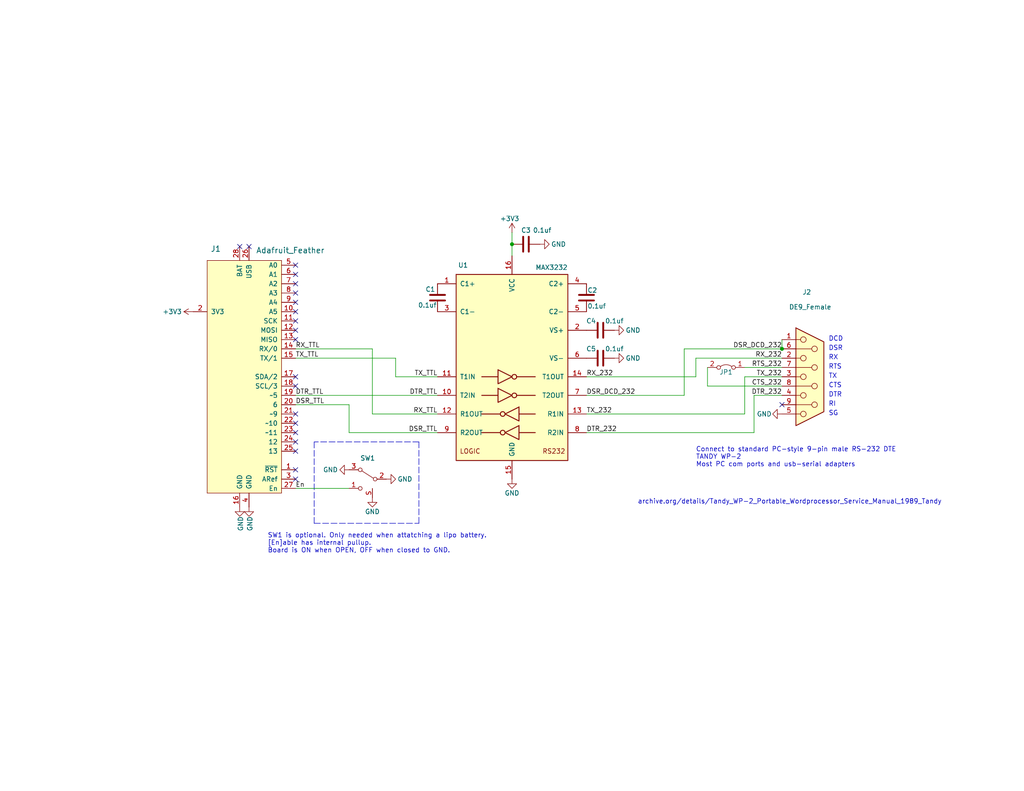
<source format=kicad_sch>
(kicad_sch (version 20211123) (generator eeschema)
  (paper "USLetter")
  (title_block (title "MounT_K85_Feather") (date "2022-10-23") (rev "004") (company "Brian K. White - b.kenyon.w@gmail.com"))
  (lib_symbols
    (symbol "0_LOCAL:+3V3" (power) (pin_names (offset 0))
      (property "Value" "+3V3" (at 0 3.556 0))
      (symbol "+3V3_0_1"
        (polyline (pts (xy -0.762 1.27) (xy 0 2.54)))
        (polyline (pts (xy 0 0) (xy 0 2.54)))
        (polyline (pts (xy 0 2.54) (xy 0.762 1.27)))
      )
      (symbol "+3V3_1_1"
        (pin power_in line (at 0 0 90) (length 0) hide (name "+3V3") (number "1"))
      )
    )
    (symbol "0_LOCAL:Adafruit_Feather" (pin_names (offset 1.016))
      (property "Reference" "J" (at -10.16 35.56 0))
      (property "Value" "Adafruit_Feather" (at 6.35 -3.81 90))
      (symbol "Adafruit_Feather_0_1"
        (rectangle (start -11.43 34.29) (end 8.89 -29.21) (fill (type background)))
      )
      (symbol "Adafruit_Feather_1_1"
        (pin input line (at -15.24 -22.86 0) (length 3.81) (name "~{RST}") (number "1"))
        (pin bidirectional line (at -15.24 20.32 0) (length 3.81) (name "A5") (number "10"))
        (pin bidirectional line (at -15.24 17.78 0) (length 3.81) (name "SCK") (number "11"))
        (pin bidirectional line (at -15.24 15.24 0) (length 3.81) (name "MOSI") (number "12"))
        (pin bidirectional line (at -15.24 12.7 0) (length 3.81) (name "MISO") (number "13"))
        (pin bidirectional line (at -15.24 10.16 0) (length 3.81) (name "RX/0") (number "14"))
        (pin bidirectional line (at -15.24 7.62 0) (length 3.81) (name "TX/1") (number "15"))
        (pin power_in line (at 0 -33.02 90) (length 3.81) (name "GND") (number "16"))
        (pin bidirectional line (at -15.24 2.54 0) (length 3.81) (name "SDA/2") (number "17"))
        (pin bidirectional line (at -15.24 0 0) (length 3.81) (name "SCL/3") (number "18"))
        (pin bidirectional line (at -15.24 -2.54 0) (length 3.81) (name "~5") (number "19"))
        (pin power_out line (at 12.7 20.32 180) (length 3.81) (name "3V3") (number "2"))
        (pin bidirectional line (at -15.24 -5.08 0) (length 3.81) (name "6") (number "20"))
        (pin bidirectional line (at -15.24 -7.62 0) (length 3.81) (name "~9") (number "21"))
        (pin bidirectional line (at -15.24 -10.16 0) (length 3.81) (name "~10") (number "22"))
        (pin bidirectional line (at -15.24 -12.7 0) (length 3.81) (name "~11") (number "23"))
        (pin bidirectional line (at -15.24 -15.24 0) (length 3.81) (name "12") (number "24"))
        (pin bidirectional line (at -15.24 -17.78 0) (length 3.81) (name "13") (number "25"))
        (pin power_in line (at -2.54 38.1 270) (length 3.81) (name "USB") (number "26"))
        (pin input line (at -15.24 -27.94 0) (length 3.81) (name "En") (number "27"))
        (pin power_in line (at 0 38.1 270) (length 3.81) (name "BAT") (number "28"))
        (pin input line (at -15.24 -25.4 0) (length 3.81) (name "ARef") (number "3"))
        (pin power_in line (at -2.54 -33.02 90) (length 3.81) (name "GND") (number "4"))
        (pin bidirectional line (at -15.24 33.02 0) (length 3.81) (name "A0") (number "5"))
        (pin bidirectional line (at -15.24 30.48 0) (length 3.81) (name "A1") (number "6"))
        (pin bidirectional line (at -15.24 27.94 0) (length 3.81) (name "A2") (number "7"))
        (pin bidirectional line (at -15.24 25.4 0) (length 3.81) (name "A3") (number "8"))
        (pin bidirectional line (at -15.24 22.86 0) (length 3.81) (name "A4") (number "9"))
      )
    )
    (symbol "0_LOCAL:C" (pin_numbers hide) (pin_names (offset 0.254))
      (property "Reference" "C" (at 0.635 2.54 0))
      (property "Value" "C" (at 0.635 -2.54 0))
      (symbol "C_0_1"
        (polyline (pts (xy -2.032 -0.762) (xy 2.032 -0.762)) (stroke (width 0.508)))
        (polyline (pts (xy -2.032 0.762) (xy 2.032 0.762)) (stroke (width 0.508)))
      )
      (symbol "C_1_1"
        (pin passive line (at 0 3.81 270) (length 2.794) (name "~") (number "1"))
        (pin passive line (at 0 -3.81 90) (length 2.794) (name "~") (number "2"))
      )
    )
    (symbol "0_LOCAL:DE9_Female" (pin_names (offset 1.016) hide)
      (property "Reference" "J" (at 0 13.97 0))
      (property "Value" "DE9_Female" (at 0 -14.605 0))
      (symbol "DE9_Female_0_1"
        (circle (center -1.778 -10.16) (radius 0.762))
        (circle (center -1.778 -5.08) (radius 0.762))
        (circle (center -1.778 0) (radius 0.762))
        (circle (center -1.778 5.08) (radius 0.762))
        (circle (center -1.778 10.16) (radius 0.762))
        (polyline (pts (xy -3.81 -10.16) (xy -2.54 -10.16)))
        (polyline (pts (xy -3.81 -7.62) (xy 0.508 -7.62)))
        (polyline (pts (xy -3.81 -5.08) (xy -2.54 -5.08)))
        (polyline (pts (xy -3.81 -2.54) (xy 0.508 -2.54)))
        (polyline (pts (xy -3.81 0) (xy -2.54 0)))
        (polyline (pts (xy -3.81 2.54) (xy 0.508 2.54)))
        (polyline (pts (xy -3.81 5.08) (xy -2.54 5.08)))
        (polyline (pts (xy -3.81 7.62) (xy 0.508 7.62)))
        (polyline (pts (xy -3.81 10.16) (xy -2.54 10.16)))
        (polyline (pts (xy -3.81 13.335) (xy -3.81 -13.335) (xy 3.81 -9.525) (xy 3.81 9.525) (xy -3.81 13.335)) (stroke (width 0.254)) (fill (type background)))
        (circle (center 1.27 -7.62) (radius 0.762))
        (circle (center 1.27 -2.54) (radius 0.762))
        (circle (center 1.27 2.54) (radius 0.762))
        (circle (center 1.27 7.62) (radius 0.762))
      )
      (symbol "DE9_Female_1_1"
        (pin passive line (at -7.62 10.16 0) (length 3.81) (name "1") (number "1"))
        (pin passive line (at -7.62 5.08 0) (length 3.81) (name "2") (number "2"))
        (pin passive line (at -7.62 0 0) (length 3.81) (name "3") (number "3"))
        (pin passive line (at -7.62 -5.08 0) (length 3.81) (name "4") (number "4"))
        (pin passive line (at -7.62 -10.16 0) (length 3.81) (name "5") (number "5"))
        (pin passive line (at -7.62 7.62 0) (length 3.81) (name "6") (number "6"))
        (pin passive line (at -7.62 2.54 0) (length 3.81) (name "7") (number "7"))
        (pin passive line (at -7.62 -2.54 0) (length 3.81) (name "8") (number "8"))
        (pin passive line (at -7.62 -7.62 0) (length 3.81) (name "9") (number "9"))
      )
    )
    (symbol "0_LOCAL:GND" (power) (pin_names (offset 0))
      (property "Value" "GND" (at 0 -3.81 0))
      (symbol "GND_0_1"
        (polyline (pts (xy 0 0) (xy 0 -1.27) (xy 1.27 -1.27) (xy 0 -2.54) (xy -1.27 -1.27) (xy 0 -1.27)))
      )
      (symbol "GND_1_1"
        (pin power_in line (at 0 0 270) (length 0) hide (name "GND") (number "1"))
      )
    )
    (symbol "0_LOCAL:Jumper_2_Bridged" (pin_names (offset 0) hide)
      (property "Reference" "JP" (at 0 1.905 0))
      (property "Value" "Jumper_2_Bridged" (at 0 -2.54 0))
      (symbol "Jumper_2_Bridged_0_0"
        (circle (center -2.032 0) (radius 0.508))
        (circle (center 2.032 0) (radius 0.508))
      )
      (symbol "Jumper_2_Bridged_0_1"
        (arc (start 1.524 0.254) (mid 0 0.762) (end -1.524 0.254))
      )
      (symbol "Jumper_2_Bridged_1_1"
        (pin passive line (at -5.08 0 0) (length 2.54) (name "A") (number "1"))
        (pin passive line (at 5.08 0 180) (length 2.54) (name "B") (number "2"))
      )
    )
    (symbol "0_LOCAL:SW_SPST_with_shell" (pin_names (offset 0) hide)
      (property "Reference" "SW" (at -1.27 3.81 0))
      (property "Value" "SW_SPST_with_shell" (at 2.54 3.81 0))
      (symbol "SW_SPST_with_shell_0_0"
        (circle (center -2.032 0) (radius 0.508))
        (circle (center 2.032 -2.54) (radius 0.508))
      )
      (symbol "SW_SPST_with_shell_0_1"
        (polyline (pts (xy -1.524 0.254) (xy 1.651 2.286)))
        (circle (center 2.032 2.54) (radius 0.508))
      )
      (symbol "SW_SPST_with_shell_1_1"
        (pin passive line (at 5.08 -2.54 180) (length 2.54) (name "~") (number "1"))
        (pin passive line (at -5.08 0 0) (length 2.54) (name "Common") (number "2"))
        (pin passive line (at 5.08 2.54 180) (length 2.54) (name "~") (number "3"))
        (pin passive line (at -1.27 -5.08 90) (length 2.54) (name "Shell") (number "S"))
      )
    )
    (symbol "Interface_UART:MAX3232" (pin_names (offset 1.016))
      (property "Reference" "U" (at -2.54 28.575 0))
      (property "Value" "MAX3232" (at -2.54 26.67 0))
      (symbol "MAX3232_0_0"
        (text "LOGIC" (at -11.43 -22.86 0) (effects (font (size 1.27 1.27))))
        (text "RS232" (at 11.43 -22.86 0) (effects (font (size 1.27 1.27))))
      )
      (symbol "MAX3232_0_1"
        (rectangle (start -15.24 -25.4) (end 15.24 25.4) (stroke (width 0.254)) (fill (type background)))
        (circle (center -2.54 -17.78) (radius 0.635) (stroke (width 0.254)))
        (circle (center -2.54 -12.7) (radius 0.635) (stroke (width 0.254)))
        (polyline (pts (xy -3.81 -7.62) (xy -8.255 -7.62)) (stroke (width 0.254)))
        (polyline (pts (xy -3.81 -2.54) (xy -8.255 -2.54)) (stroke (width 0.254)))
        (polyline (pts (xy -3.175 -17.78) (xy -8.255 -17.78)) (stroke (width 0.254)))
        (polyline (pts (xy -3.175 -12.7) (xy -8.255 -12.7)) (stroke (width 0.254)))
        (polyline (pts (xy 1.27 -7.62) (xy 6.35 -7.62)) (stroke (width 0.254)))
        (polyline (pts (xy 1.27 -2.54) (xy 6.35 -2.54)) (stroke (width 0.254)))
        (polyline (pts (xy 1.905 -17.78) (xy 6.35 -17.78)) (stroke (width 0.254)))
        (polyline (pts (xy 1.905 -12.7) (xy 6.35 -12.7)) (stroke (width 0.254)))
        (polyline (pts (xy -3.81 -5.715) (xy -3.81 -9.525) (xy 0 -7.62) (xy -3.81 -5.715)) (stroke (width 0.254)))
        (polyline (pts (xy -3.81 -0.635) (xy -3.81 -4.445) (xy 0 -2.54) (xy -3.81 -0.635)) (stroke (width 0.254)))
        (polyline (pts (xy 1.905 -15.875) (xy 1.905 -19.685) (xy -1.905 -17.78) (xy 1.905 -15.875)) (stroke (width 0.254)))
        (polyline (pts (xy 1.905 -10.795) (xy 1.905 -14.605) (xy -1.905 -12.7) (xy 1.905 -10.795)) (stroke (width 0.254)))
        (circle (center 0.635 -7.62) (radius 0.635) (stroke (width 0.254)))
        (circle (center 0.635 -2.54) (radius 0.635) (stroke (width 0.254)))
      )
      (symbol "MAX3232_1_1"
        (pin passive line (at -20.32 22.86 0) (length 5.08) (name "C1+") (number "1"))
        (pin input line (at -20.32 -7.62 0) (length 5.08) (name "T2IN") (number "10"))
        (pin input line (at -20.32 -2.54 0) (length 5.08) (name "T1IN") (number "11"))
        (pin output line (at -20.32 -12.7 0) (length 5.08) (name "R1OUT") (number "12"))
        (pin input line (at 20.32 -12.7 180) (length 5.08) (name "R1IN") (number "13"))
        (pin output line (at 20.32 -2.54 180) (length 5.08) (name "T1OUT") (number "14"))
        (pin power_in line (at 0 -30.48 90) (length 5.08) (name "GND") (number "15"))
        (pin power_in line (at 0 30.48 270) (length 5.08) (name "VCC") (number "16"))
        (pin power_out line (at 20.32 10.16 180) (length 5.08) (name "VS+") (number "2"))
        (pin passive line (at -20.32 15.24 0) (length 5.08) (name "C1-") (number "3"))
        (pin passive line (at 20.32 22.86 180) (length 5.08) (name "C2+") (number "4"))
        (pin passive line (at 20.32 15.24 180) (length 5.08) (name "C2-") (number "5"))
        (pin power_out line (at 20.32 2.54 180) (length 5.08) (name "VS-") (number "6"))
        (pin output line (at 20.32 -7.62 180) (length 5.08) (name "T2OUT") (number "7"))
        (pin input line (at 20.32 -17.78 180) (length 5.08) (name "R2IN") (number "8"))
        (pin output line (at -20.32 -17.78 0) (length 5.08) (name "R2OUT") (number "9"))
      )
    )
  )
  (junction (at 213.36 95.25))
  (junction (at 139.7 66.675))
  (no_connect (at 213.36 110.49))
  (no_connect (at 80.645 87.63))
  (no_connect (at 80.645 90.17))
  (no_connect (at 80.645 92.71))
  (no_connect (at 80.645 130.81))
  (no_connect (at 80.645 128.27))
  (no_connect (at 80.645 123.19))
  (no_connect (at 80.645 118.11))
  (no_connect (at 80.645 120.65))
  (no_connect (at 80.645 115.57))
  (no_connect (at 80.645 113.03))
  (no_connect (at 80.645 77.47))
  (no_connect (at 80.645 72.39))
  (no_connect (at 80.645 80.01))
  (no_connect (at 80.645 82.55))
  (no_connect (at 80.645 74.93))
  (no_connect (at 80.645 105.41))
  (no_connect (at 80.645 102.87))
  (no_connect (at 80.645 85.09))
  (no_connect (at 67.945 67.31))
  (no_connect (at 65.405 67.31))
  (polyline (pts (xy 114.3 142.875) (xy 114.3 120.65)))
  (wire (pts (xy 101.6 95.25) (xy 101.6 113.03)))
  (wire (pts (xy 189.865 102.87) (xy 189.865 97.79)))
  (polyline (pts (xy 114.3 120.65) (xy 85.725 120.65)))
  (wire (pts (xy 95.25 118.11) (xy 119.38 118.11)))
  (wire (pts (xy 193.04 100.33) (xy 193.04 105.41)))
  (wire (pts (xy 139.7 66.675) (xy 139.7 69.85)))
  (wire (pts (xy 203.2 102.87) (xy 213.36 102.87)))
  (wire (pts (xy 213.36 92.71) (xy 213.36 95.25)))
  (wire (pts (xy 213.36 100.33) (xy 203.2 100.33)))
  (wire (pts (xy 95.25 110.49) (xy 95.25 118.11)))
  (wire (pts (xy 80.645 107.95) (xy 119.38 107.95)))
  (polyline (pts (xy 85.725 120.65) (xy 85.725 142.875)))
  (wire (pts (xy 186.69 107.95) (xy 186.69 95.25)))
  (wire (pts (xy 107.95 97.79) (xy 107.95 102.87)))
  (wire (pts (xy 80.645 95.25) (xy 101.6 95.25)))
  (polyline (pts (xy 85.725 142.875) (xy 114.3 142.875)))
  (wire (pts (xy 80.645 97.79) (xy 107.95 97.79)))
  (wire (pts (xy 193.04 105.41) (xy 213.36 105.41)))
  (wire (pts (xy 205.74 118.11) (xy 205.74 107.95)))
  (wire (pts (xy 107.95 102.87) (xy 119.38 102.87)))
  (wire (pts (xy 160.02 107.95) (xy 186.69 107.95)))
  (wire (pts (xy 101.6 113.03) (xy 119.38 113.03)))
  (wire (pts (xy 205.74 107.95) (xy 213.36 107.95)))
  (wire (pts (xy 160.02 118.11) (xy 205.74 118.11)))
  (wire (pts (xy 160.02 102.87) (xy 189.865 102.87)))
  (wire (pts (xy 189.865 97.79) (xy 213.36 97.79)))
  (wire (pts (xy 160.02 113.03) (xy 203.2 113.03)))
  (wire (pts (xy 80.645 110.49) (xy 95.25 110.49)))
  (wire (pts (xy 186.69 95.25) (xy 213.36 95.25)))
  (wire (pts (xy 203.2 113.03) (xy 203.2 102.87)))
  (wire (pts (xy 80.645 133.35) (xy 95.25 133.35)))
  (wire (pts (xy 139.7 63.5) (xy 139.7 66.675)))
  (text "DTR" (at 226.06 108.585 0) (effects (font (size 1.27 1.27)) (justify left bottom)))
  (text "SW1 is optional. Only needed when attatching a lipo battery.\n[En]able has internal pullup.\nBoard is ON when OPEN, OFF when closed to GND." (at 73.025 151.13 0) (effects (font (size 1.27 1.27)) (justify left bottom)))
  (text "DSR" (at 226.06 95.885 0) (effects (font (size 1.27 1.27)) (justify left bottom)))
  (text "RI" (at 226.06 111.125 0) (effects (font (size 1.27 1.27)) (justify left bottom)))
  (text "DCD" (at 226.06 93.345 0) (effects (font (size 1.27 1.27)) (justify left bottom)))
  (text "RX" (at 226.06 98.425 0) (effects (font (size 1.27 1.27)) (justify left bottom)))
  (text "archive.org/details/Tandy_WP-2_Portable_Wordprocessor_Service_Manual_1989_Tandy" (at 173.99 137.795 0) (effects (font (size 1.27 1.27)) (justify left bottom)))
  (text "SG" (at 226.06 113.665 0) (effects (font (size 1.27 1.27)) (justify left bottom)))
  (text "TX" (at 226.06 103.505 0) (effects (font (size 1.27 1.27)) (justify left bottom)))
  (text "RTS" (at 226.06 100.965 0) (effects (font (size 1.27 1.27)) (justify left bottom)))
  (text "CTS" (at 226.06 106.045 0) (effects (font (size 1.27 1.27)) (justify left bottom)))
  (text "Connect to standard PC-style 9-pin male RS-232 DTE\nTANDY WP-2\nMost PC com ports and usb-serial adapters\n" (at 189.865 127.635 0) (effects (font (size 1.27 1.27)) (justify left bottom)))
  (label "RTS_232" (at 213.36 100.33 180))
  (label "RX_TTL" (at 80.645 95.25 0))
  (label "DTR_TTL" (at 119.38 107.95 180))
  (label "DSR_DCD_232" (at 160.02 107.95 0))
  (label "CTS_232" (at 213.36 105.41 180))
  (label "RX_TTL" (at 119.38 113.03 180))
  (label "DTR_232" (at 160.02 118.11 0))
  (label "TX_232" (at 213.36 102.87 180))
  (label "DTR_TTL" (at 80.645 107.95 0))
  (label "DTR_232" (at 213.36 107.95 180))
  (label "DSR_DCD_232" (at 213.36 95.25 180))
  (label "TX_232" (at 160.02 113.03 0))
  (label "TX_TTL" (at 80.645 97.79 0))
  (label "En" (at 80.645 133.35 0))
  (label "RX_232" (at 213.36 97.79 180))
  (label "DSR_TTL" (at 80.645 110.49 0))
  (label "DSR_TTL" (at 119.38 118.11 180))
  (label "RX_232" (at 160.02 102.87 0))
  (label "TX_TTL" (at 119.38 102.87 180))
  (symbol (lib_id "0_LOCAL:Adafruit_Feather") (at 65.405 105.41 0) (mirror y) (unit 1)
    (property "Reference" "J1" (at 60.325 67.945 0) (effects (font (size 1.524 1.524)) (justify left)))
    (property "Value" "Adafruit_Feather" (at 69.85 69.215 0) (effects (font (size 1.524 1.524)) (justify right bottom)))
    (property "Footprint" "0_LOCAL:Adafruit_Feather_stagger_6mil" (effects hide))
    (property "Datasheet" "http://ww1.microchip.com/downloads/en/DeviceDoc/Atmel-7766-8-bit-AVR-ATmega16U4-32U4_Summary.pdf" (effects hide))
    (property "Status" "Active" (effects hide))
  )
  (symbol (lib_id "0_LOCAL:+3V3") (at 52.705 85.09 90) (unit 1)
    (property "Reference" "#PWR0106" (effects hide))
    (property "Value" "+3V3" (at 46.99 85.09 90))
  )
  (symbol (lib_id "0_LOCAL:+3V3") (at 139.7 63.5 0) (unit 1)
    (property "Reference" "#PWR0107" (effects hide))
    (property "Value" "+3V3" (at 139.065 59.69 0))
  )
  (symbol (lib_id "Interface_UART:MAX3232") (at 139.7 100.33 0) (unit 1)
    (property "Reference" "U1" (at 126.365 72.39 0))
    (property "Value" "MAX3232" (at 150.495 73.025 0))
    (property "Footprint" "0_LOCAL:SOIC-16_W3.90mm" (effects hide))
    (property "Datasheet" "https://datasheets.maximintegrated.com/en/ds/MAX3222-MAX3241.pdf" (effects hide))
  )
  (symbol (lib_id "0_LOCAL:SW_SPST_with_shell") (at 100.33 130.81 0) (mirror y) (unit 1)
    (property "Reference" "SW1" (at 100.33 125.095 0))
    (property "Value" "CUS-12TB" (effects hide))
    (property "Footprint" "0_LOCAL:EG1215" (effects hide))
    (property "Datasheet" "V0.0" (effects hide))
    (property "Field4" "CUI Inc." (effects hide))
    (property "Field5" "3.96 mm" (effects hide))
    (property "Field6" "Manufacturer Recommendations" (effects hide))
  )
  (symbol (lib_id "0_LOCAL:GND") (at 105.41 130.81 90) (unit 1)
    (property "Reference" "#PWR0103" (effects hide))
    (property "Value" "GND" (at 110.49 130.81 90))
  )
  (symbol (lib_id "0_LOCAL:GND") (at 139.7 130.81 0) (unit 1)
    (property "Reference" "#PWR03" (effects hide))
    (property "Value" "GND" (at 139.7 134.62 0))
  )
  (symbol (lib_id "0_LOCAL:GND") (at 67.945 138.43 0) (unit 1)
    (property "Reference" "#PWR02" (effects hide))
    (property "Value" "GND" (at 68.199 143.002 90))
  )
  (symbol (lib_id "0_LOCAL:GND") (at 65.405 138.43 0) (unit 1)
    (property "Reference" "#PWR01" (effects hide))
    (property "Value" "GND" (at 65.659 143.002 90))
  )
  (symbol (lib_id "0_LOCAL:C") (at 160.02 81.28 0) (unit 1)
    (property "Reference" "C2" (at 160.274 79.248 0) (effects (justify left)))
    (property "Value" "0.1uf" (at 160.274 83.566 0) (effects (justify left)))
    (property "Footprint" "0_LOCAL:C_0805" (effects hide))
  )
  (symbol (lib_id "0_LOCAL:C") (at 119.38 81.28 0) (unit 1)
    (property "Reference" "C1" (at 116.078 78.994 0) (effects (justify left)))
    (property "Value" "0.1uf" (at 114.046 83.312 0) (effects (justify left)))
    (property "Footprint" "0_LOCAL:C_0805" (effects hide))
  )
  (symbol (lib_id "0_LOCAL:C") (at 163.83 90.17 90) (unit 1)
    (property "Reference" "C4" (at 161.29 87.63 90))
    (property "Value" "0.1uf" (at 167.64 87.63 90))
    (property "Footprint" "0_LOCAL:C_0805" (effects hide))
  )
  (symbol (lib_id "0_LOCAL:C") (at 163.83 97.79 90) (unit 1)
    (property "Reference" "C5" (at 161.29 95.25 90))
    (property "Value" "0.1uf" (at 167.64 95.25 90))
    (property "Footprint" "0_LOCAL:C_0805" (effects hide))
  )
  (symbol (lib_id "0_LOCAL:C") (at 143.51 66.675 90) (unit 1)
    (property "Reference" "C3" (at 143.51 62.865 90))
    (property "Value" "0.1uf" (at 147.955 62.865 90))
    (property "Footprint" "0_LOCAL:C_0805" (effects hide))
  )
  (symbol (lib_id "0_LOCAL:GND") (at 101.6 135.89 0) (unit 1)
    (property "Reference" "#PWR0108" (effects hide))
    (property "Value" "GND" (at 101.6 139.7 0))
  )
  (symbol (lib_id "0_LOCAL:Jumper_2_Bridged") (at 198.12 100.33 0) (mirror y) (unit 1)
    (property "Reference" "JP1" (at 198.12 101.6 0))
    (property "Value" "Jumper_2_Bridged" (effects hide))
    (property "Footprint" "0_LOCAL:PinHeader_1x02_P2.54mm_Horizontal" (effects hide))
  )
  (symbol (lib_id "0_LOCAL:GND") (at 167.64 97.79 90) (unit 1)
    (property "Reference" "#PWR0101" (effects hide))
    (property "Value" "GND" (at 172.72 97.79 90))
  )
  (symbol (lib_id "0_LOCAL:GND") (at 167.64 90.17 90) (unit 1)
    (property "Reference" "#PWR0104" (effects hide))
    (property "Value" "GND" (at 172.72 90.17 90))
  )
  (symbol (lib_id "0_LOCAL:GND") (at 213.36 113.03 270) (unit 1)
    (property "Reference" "#PWR0102" (effects hide))
    (property "Value" "GND" (at 210.566 113.03 90) (effects (justify right)))
  )
  (symbol (lib_id "0_LOCAL:GND") (at 147.32 66.675 90) (unit 1)
    (property "Reference" "#PWR0105" (effects hide))
    (property "Value" "GND" (at 152.4 66.675 90))
  )
  (symbol (lib_id "0_LOCAL:GND") (at 95.25 128.27 270) (mirror x) (unit 1)
    (property "Reference" "#PWR0109" (effects hide))
    (property "Value" "GND" (at 90.17 128.27 90))
  )
  (symbol (lib_id "0_LOCAL:DE9_Female") (at 220.98 102.87 0) (unit 1)
    (property "Reference" "J2" (at 218.948 79.756 0) (effects (justify left)))
    (property "Value" "DE9_Female" (at 215.265 83.82 0) (effects (justify left)))
    (property "Footprint" "0_LOCAL:DSUB-9_Female_Vertical_P2.77x2.84mm" (effects hide))
    (property "Datasheet" " ~" (effects hide))
  )
)
</source>
